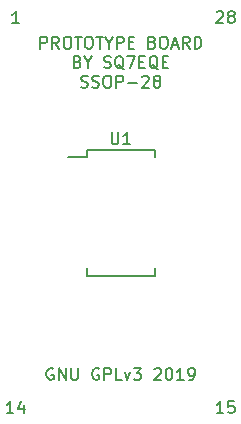
<source format=gbr>
%TF.GenerationSoftware,KiCad,Pcbnew,5.1.4-3.fc31*%
%TF.CreationDate,2019-11-27T18:40:14+01:00*%
%TF.ProjectId,SSOP-28_5.3x10.2mm_P0.65,53534f50-2d32-4385-9f35-2e337831302e,1.0*%
%TF.SameCoordinates,PX791ddc0PY6350ce0*%
%TF.FileFunction,Legend,Top*%
%TF.FilePolarity,Positive*%
%FSLAX46Y46*%
G04 Gerber Fmt 4.6, Leading zero omitted, Abs format (unit mm)*
G04 Created by KiCad (PCBNEW 5.1.4-3.fc31) date 2019-11-27 18:40:14*
%MOMM*%
%LPD*%
G04 APERTURE LIST*
%ADD10C,0.150000*%
%ADD11R,1.802000X1.802000*%
%ADD12O,1.802000X1.802000*%
%ADD13R,1.852000X0.552000*%
G04 APERTURE END LIST*
D10*
X22669523Y2087620D02*
X22098095Y2087620D01*
X22383809Y2087620D02*
X22383809Y3087620D01*
X22288571Y2944762D01*
X22193333Y2849524D01*
X22098095Y2801905D01*
X23574285Y3087620D02*
X23098095Y3087620D01*
X23050476Y2611429D01*
X23098095Y2659048D01*
X23193333Y2706667D01*
X23431428Y2706667D01*
X23526666Y2659048D01*
X23574285Y2611429D01*
X23621904Y2516191D01*
X23621904Y2278096D01*
X23574285Y2182858D01*
X23526666Y2135239D01*
X23431428Y2087620D01*
X23193333Y2087620D01*
X23098095Y2135239D01*
X23050476Y2182858D01*
X4889523Y2087620D02*
X4318095Y2087620D01*
X4603809Y2087620D02*
X4603809Y3087620D01*
X4508571Y2944762D01*
X4413333Y2849524D01*
X4318095Y2801905D01*
X5746666Y2754286D02*
X5746666Y2087620D01*
X5508571Y3135239D02*
X5270476Y2420953D01*
X5889523Y2420953D01*
X22098095Y36012381D02*
X22145714Y36060000D01*
X22240952Y36107620D01*
X22479047Y36107620D01*
X22574285Y36060000D01*
X22621904Y36012381D01*
X22669523Y35917143D01*
X22669523Y35821905D01*
X22621904Y35679048D01*
X22050476Y35107620D01*
X22669523Y35107620D01*
X23240952Y35679048D02*
X23145714Y35726667D01*
X23098095Y35774286D01*
X23050476Y35869524D01*
X23050476Y35917143D01*
X23098095Y36012381D01*
X23145714Y36060000D01*
X23240952Y36107620D01*
X23431428Y36107620D01*
X23526666Y36060000D01*
X23574285Y36012381D01*
X23621904Y35917143D01*
X23621904Y35869524D01*
X23574285Y35774286D01*
X23526666Y35726667D01*
X23431428Y35679048D01*
X23240952Y35679048D01*
X23145714Y35631429D01*
X23098095Y35583810D01*
X23050476Y35488572D01*
X23050476Y35298096D01*
X23098095Y35202858D01*
X23145714Y35155239D01*
X23240952Y35107620D01*
X23431428Y35107620D01*
X23526666Y35155239D01*
X23574285Y35202858D01*
X23621904Y35298096D01*
X23621904Y35488572D01*
X23574285Y35583810D01*
X23526666Y35631429D01*
X23431428Y35679048D01*
X5365714Y35107620D02*
X4794285Y35107620D01*
X5080000Y35107620D02*
X5080000Y36107620D01*
X4984761Y35964762D01*
X4889523Y35869524D01*
X4794285Y35821905D01*
X8255713Y5834000D02*
X8160475Y5881620D01*
X8017618Y5881620D01*
X7874760Y5834000D01*
X7779522Y5738762D01*
X7731903Y5643524D01*
X7684284Y5453048D01*
X7684284Y5310191D01*
X7731903Y5119715D01*
X7779522Y5024477D01*
X7874760Y4929239D01*
X8017618Y4881620D01*
X8112856Y4881620D01*
X8255713Y4929239D01*
X8303332Y4976858D01*
X8303332Y5310191D01*
X8112856Y5310191D01*
X8731903Y4881620D02*
X8731903Y5881620D01*
X9303332Y4881620D01*
X9303332Y5881620D01*
X9779522Y5881620D02*
X9779522Y5072096D01*
X9827141Y4976858D01*
X9874760Y4929239D01*
X9969999Y4881620D01*
X10160475Y4881620D01*
X10255713Y4929239D01*
X10303332Y4976858D01*
X10350951Y5072096D01*
X10350951Y5881620D01*
X12112856Y5834000D02*
X12017618Y5881620D01*
X11874760Y5881620D01*
X11731903Y5834000D01*
X11636665Y5738762D01*
X11589046Y5643524D01*
X11541427Y5453048D01*
X11541427Y5310191D01*
X11589046Y5119715D01*
X11636665Y5024477D01*
X11731903Y4929239D01*
X11874760Y4881620D01*
X11969999Y4881620D01*
X12112856Y4929239D01*
X12160475Y4976858D01*
X12160475Y5310191D01*
X11969999Y5310191D01*
X12589046Y4881620D02*
X12589046Y5881620D01*
X12969999Y5881620D01*
X13065237Y5834000D01*
X13112856Y5786381D01*
X13160475Y5691143D01*
X13160475Y5548286D01*
X13112856Y5453048D01*
X13065237Y5405429D01*
X12969999Y5357810D01*
X12589046Y5357810D01*
X14065237Y4881620D02*
X13589046Y4881620D01*
X13589046Y5881620D01*
X14303332Y5548286D02*
X14541427Y4881620D01*
X14779522Y5548286D01*
X15065237Y5881620D02*
X15684284Y5881620D01*
X15350951Y5500667D01*
X15493808Y5500667D01*
X15589046Y5453048D01*
X15636665Y5405429D01*
X15684284Y5310191D01*
X15684284Y5072096D01*
X15636665Y4976858D01*
X15589046Y4929239D01*
X15493808Y4881620D01*
X15208094Y4881620D01*
X15112856Y4929239D01*
X15065237Y4976858D01*
X16827141Y5786381D02*
X16874760Y5834000D01*
X16969999Y5881620D01*
X17208094Y5881620D01*
X17303332Y5834000D01*
X17350951Y5786381D01*
X17398570Y5691143D01*
X17398570Y5595905D01*
X17350951Y5453048D01*
X16779522Y4881620D01*
X17398570Y4881620D01*
X18017618Y5881620D02*
X18112856Y5881620D01*
X18208094Y5834000D01*
X18255713Y5786381D01*
X18303332Y5691143D01*
X18350951Y5500667D01*
X18350951Y5262572D01*
X18303332Y5072096D01*
X18255713Y4976858D01*
X18208094Y4929239D01*
X18112856Y4881620D01*
X18017618Y4881620D01*
X17922379Y4929239D01*
X17874760Y4976858D01*
X17827141Y5072096D01*
X17779522Y5262572D01*
X17779522Y5500667D01*
X17827141Y5691143D01*
X17874760Y5786381D01*
X17922379Y5834000D01*
X18017618Y5881620D01*
X19303332Y4881620D02*
X18731903Y4881620D01*
X19017618Y4881620D02*
X19017618Y5881620D01*
X18922379Y5738762D01*
X18827141Y5643524D01*
X18731903Y5595905D01*
X19779522Y4881620D02*
X19969999Y4881620D01*
X20065237Y4929239D01*
X20112856Y4976858D01*
X20208094Y5119715D01*
X20255713Y5310191D01*
X20255713Y5691143D01*
X20208094Y5786381D01*
X20160475Y5834000D01*
X20065237Y5881620D01*
X19874760Y5881620D01*
X19779522Y5834000D01*
X19731903Y5786381D01*
X19684284Y5691143D01*
X19684284Y5453048D01*
X19731903Y5357810D01*
X19779522Y5310191D01*
X19874760Y5262572D01*
X20065237Y5262572D01*
X20160475Y5310191D01*
X20208094Y5357810D01*
X20255713Y5453048D01*
X7184284Y32947620D02*
X7184284Y33947620D01*
X7565237Y33947620D01*
X7660475Y33900000D01*
X7708094Y33852381D01*
X7755713Y33757143D01*
X7755713Y33614286D01*
X7708094Y33519048D01*
X7660475Y33471429D01*
X7565237Y33423810D01*
X7184284Y33423810D01*
X8755713Y32947620D02*
X8422379Y33423810D01*
X8184284Y32947620D02*
X8184284Y33947620D01*
X8565237Y33947620D01*
X8660475Y33900000D01*
X8708094Y33852381D01*
X8755713Y33757143D01*
X8755713Y33614286D01*
X8708094Y33519048D01*
X8660475Y33471429D01*
X8565237Y33423810D01*
X8184284Y33423810D01*
X9374760Y33947620D02*
X9565237Y33947620D01*
X9660475Y33900000D01*
X9755713Y33804762D01*
X9803332Y33614286D01*
X9803332Y33280953D01*
X9755713Y33090477D01*
X9660475Y32995239D01*
X9565237Y32947620D01*
X9374760Y32947620D01*
X9279522Y32995239D01*
X9184284Y33090477D01*
X9136665Y33280953D01*
X9136665Y33614286D01*
X9184284Y33804762D01*
X9279522Y33900000D01*
X9374760Y33947620D01*
X10089046Y33947620D02*
X10660475Y33947620D01*
X10374760Y32947620D02*
X10374760Y33947620D01*
X11184284Y33947620D02*
X11374760Y33947620D01*
X11469999Y33900000D01*
X11565237Y33804762D01*
X11612856Y33614286D01*
X11612856Y33280953D01*
X11565237Y33090477D01*
X11469999Y32995239D01*
X11374760Y32947620D01*
X11184284Y32947620D01*
X11089046Y32995239D01*
X10993808Y33090477D01*
X10946189Y33280953D01*
X10946189Y33614286D01*
X10993808Y33804762D01*
X11089046Y33900000D01*
X11184284Y33947620D01*
X11898570Y33947620D02*
X12469999Y33947620D01*
X12184284Y32947620D02*
X12184284Y33947620D01*
X12993808Y33423810D02*
X12993808Y32947620D01*
X12660475Y33947620D02*
X12993808Y33423810D01*
X13327141Y33947620D01*
X13660475Y32947620D02*
X13660475Y33947620D01*
X14041427Y33947620D01*
X14136665Y33900000D01*
X14184284Y33852381D01*
X14231903Y33757143D01*
X14231903Y33614286D01*
X14184284Y33519048D01*
X14136665Y33471429D01*
X14041427Y33423810D01*
X13660475Y33423810D01*
X14660475Y33471429D02*
X14993808Y33471429D01*
X15136665Y32947620D02*
X14660475Y32947620D01*
X14660475Y33947620D01*
X15136665Y33947620D01*
X16660475Y33471429D02*
X16803332Y33423810D01*
X16850951Y33376191D01*
X16898570Y33280953D01*
X16898570Y33138096D01*
X16850951Y33042858D01*
X16803332Y32995239D01*
X16708094Y32947620D01*
X16327141Y32947620D01*
X16327141Y33947620D01*
X16660475Y33947620D01*
X16755713Y33900000D01*
X16803332Y33852381D01*
X16850951Y33757143D01*
X16850951Y33661905D01*
X16803332Y33566667D01*
X16755713Y33519048D01*
X16660475Y33471429D01*
X16327141Y33471429D01*
X17517618Y33947620D02*
X17708094Y33947620D01*
X17803332Y33900000D01*
X17898570Y33804762D01*
X17946189Y33614286D01*
X17946189Y33280953D01*
X17898570Y33090477D01*
X17803332Y32995239D01*
X17708094Y32947620D01*
X17517618Y32947620D01*
X17422379Y32995239D01*
X17327141Y33090477D01*
X17279522Y33280953D01*
X17279522Y33614286D01*
X17327141Y33804762D01*
X17422379Y33900000D01*
X17517618Y33947620D01*
X18327141Y33233334D02*
X18803332Y33233334D01*
X18231903Y32947620D02*
X18565237Y33947620D01*
X18898570Y32947620D01*
X19803332Y32947620D02*
X19469999Y33423810D01*
X19231903Y32947620D02*
X19231903Y33947620D01*
X19612856Y33947620D01*
X19708094Y33900000D01*
X19755713Y33852381D01*
X19803332Y33757143D01*
X19803332Y33614286D01*
X19755713Y33519048D01*
X19708094Y33471429D01*
X19612856Y33423810D01*
X19231903Y33423810D01*
X20231903Y32947620D02*
X20231903Y33947620D01*
X20469999Y33947620D01*
X20612856Y33900000D01*
X20708094Y33804762D01*
X20755713Y33709524D01*
X20803332Y33519048D01*
X20803332Y33376191D01*
X20755713Y33185715D01*
X20708094Y33090477D01*
X20612856Y32995239D01*
X20469999Y32947620D01*
X20231903Y32947620D01*
X10327141Y31821429D02*
X10469999Y31773810D01*
X10517618Y31726191D01*
X10565237Y31630953D01*
X10565237Y31488096D01*
X10517618Y31392858D01*
X10469999Y31345239D01*
X10374760Y31297620D01*
X9993808Y31297620D01*
X9993808Y32297620D01*
X10327141Y32297620D01*
X10422379Y32250000D01*
X10469999Y32202381D01*
X10517618Y32107143D01*
X10517618Y32011905D01*
X10469999Y31916667D01*
X10422379Y31869048D01*
X10327141Y31821429D01*
X9993808Y31821429D01*
X11184284Y31773810D02*
X11184284Y31297620D01*
X10850951Y32297620D02*
X11184284Y31773810D01*
X11517618Y32297620D01*
X12565237Y31345239D02*
X12708094Y31297620D01*
X12946189Y31297620D01*
X13041427Y31345239D01*
X13089046Y31392858D01*
X13136665Y31488096D01*
X13136665Y31583334D01*
X13089046Y31678572D01*
X13041427Y31726191D01*
X12946189Y31773810D01*
X12755713Y31821429D01*
X12660475Y31869048D01*
X12612856Y31916667D01*
X12565237Y32011905D01*
X12565237Y32107143D01*
X12612856Y32202381D01*
X12660475Y32250000D01*
X12755713Y32297620D01*
X12993808Y32297620D01*
X13136665Y32250000D01*
X14231903Y31202381D02*
X14136665Y31250000D01*
X14041427Y31345239D01*
X13898570Y31488096D01*
X13803332Y31535715D01*
X13708094Y31535715D01*
X13755713Y31297620D02*
X13660475Y31345239D01*
X13565237Y31440477D01*
X13517618Y31630953D01*
X13517618Y31964286D01*
X13565237Y32154762D01*
X13660475Y32250000D01*
X13755713Y32297620D01*
X13946189Y32297620D01*
X14041427Y32250000D01*
X14136665Y32154762D01*
X14184284Y31964286D01*
X14184284Y31630953D01*
X14136665Y31440477D01*
X14041427Y31345239D01*
X13946189Y31297620D01*
X13755713Y31297620D01*
X14517618Y32297620D02*
X15184284Y32297620D01*
X14755713Y31297620D01*
X15565237Y31821429D02*
X15898570Y31821429D01*
X16041427Y31297620D02*
X15565237Y31297620D01*
X15565237Y32297620D01*
X16041427Y32297620D01*
X17136665Y31202381D02*
X17041427Y31250000D01*
X16946189Y31345239D01*
X16803332Y31488096D01*
X16708094Y31535715D01*
X16612856Y31535715D01*
X16660475Y31297620D02*
X16565237Y31345239D01*
X16469999Y31440477D01*
X16422379Y31630953D01*
X16422379Y31964286D01*
X16469999Y32154762D01*
X16565237Y32250000D01*
X16660475Y32297620D01*
X16850951Y32297620D01*
X16946189Y32250000D01*
X17041427Y32154762D01*
X17089046Y31964286D01*
X17089046Y31630953D01*
X17041427Y31440477D01*
X16946189Y31345239D01*
X16850951Y31297620D01*
X16660475Y31297620D01*
X17517618Y31821429D02*
X17850951Y31821429D01*
X17993808Y31297620D02*
X17517618Y31297620D01*
X17517618Y32297620D01*
X17993808Y32297620D01*
X10612856Y29695239D02*
X10755713Y29647620D01*
X10993808Y29647620D01*
X11089046Y29695239D01*
X11136665Y29742858D01*
X11184284Y29838096D01*
X11184284Y29933334D01*
X11136665Y30028572D01*
X11089046Y30076191D01*
X10993808Y30123810D01*
X10803332Y30171429D01*
X10708094Y30219048D01*
X10660475Y30266667D01*
X10612856Y30361905D01*
X10612856Y30457143D01*
X10660475Y30552381D01*
X10708094Y30600000D01*
X10803332Y30647620D01*
X11041427Y30647620D01*
X11184284Y30600000D01*
X11565237Y29695239D02*
X11708094Y29647620D01*
X11946189Y29647620D01*
X12041427Y29695239D01*
X12089046Y29742858D01*
X12136665Y29838096D01*
X12136665Y29933334D01*
X12089046Y30028572D01*
X12041427Y30076191D01*
X11946189Y30123810D01*
X11755713Y30171429D01*
X11660475Y30219048D01*
X11612856Y30266667D01*
X11565237Y30361905D01*
X11565237Y30457143D01*
X11612856Y30552381D01*
X11660475Y30600000D01*
X11755713Y30647620D01*
X11993808Y30647620D01*
X12136665Y30600000D01*
X12755713Y30647620D02*
X12946189Y30647620D01*
X13041427Y30600000D01*
X13136665Y30504762D01*
X13184284Y30314286D01*
X13184284Y29980953D01*
X13136665Y29790477D01*
X13041427Y29695239D01*
X12946189Y29647620D01*
X12755713Y29647620D01*
X12660475Y29695239D01*
X12565237Y29790477D01*
X12517618Y29980953D01*
X12517618Y30314286D01*
X12565237Y30504762D01*
X12660475Y30600000D01*
X12755713Y30647620D01*
X13612856Y29647620D02*
X13612856Y30647620D01*
X13993808Y30647620D01*
X14089046Y30600000D01*
X14136665Y30552381D01*
X14184284Y30457143D01*
X14184284Y30314286D01*
X14136665Y30219048D01*
X14089046Y30171429D01*
X13993808Y30123810D01*
X13612856Y30123810D01*
X14612856Y30028572D02*
X15374760Y30028572D01*
X15803332Y30552381D02*
X15850951Y30600000D01*
X15946189Y30647620D01*
X16184284Y30647620D01*
X16279522Y30600000D01*
X16327141Y30552381D01*
X16374760Y30457143D01*
X16374760Y30361905D01*
X16327141Y30219048D01*
X15755713Y29647620D01*
X16374760Y29647620D01*
X16946189Y30219048D02*
X16850951Y30266667D01*
X16803332Y30314286D01*
X16755713Y30409524D01*
X16755713Y30457143D01*
X16803332Y30552381D01*
X16850951Y30600000D01*
X16946189Y30647620D01*
X17136665Y30647620D01*
X17231903Y30600000D01*
X17279522Y30552381D01*
X17327141Y30457143D01*
X17327141Y30409524D01*
X17279522Y30314286D01*
X17231903Y30266667D01*
X17136665Y30219048D01*
X16946189Y30219048D01*
X16850951Y30171429D01*
X16803332Y30123810D01*
X16755713Y30028572D01*
X16755713Y29838096D01*
X16803332Y29742858D01*
X16850951Y29695239D01*
X16946189Y29647620D01*
X17136665Y29647620D01*
X17231903Y29695239D01*
X17279522Y29742858D01*
X17327141Y29838096D01*
X17327141Y30028572D01*
X17279522Y30123810D01*
X17231903Y30171429D01*
X17136665Y30219048D01*
%TO.C,U1*%
X11095000Y24375000D02*
X11095000Y23800000D01*
X16845000Y24375000D02*
X16845000Y23725000D01*
X16845000Y13725000D02*
X16845000Y14375000D01*
X11095000Y13725000D02*
X11095000Y14375000D01*
X11095000Y24375000D02*
X16845000Y24375000D01*
X11095000Y13725000D02*
X16845000Y13725000D01*
X11095000Y23800000D02*
X9495000Y23800000D01*
X13208095Y25847620D02*
X13208095Y25038096D01*
X13255714Y24942858D01*
X13303333Y24895239D01*
X13398571Y24847620D01*
X13589047Y24847620D01*
X13684285Y24895239D01*
X13731904Y24942858D01*
X13779523Y25038096D01*
X13779523Y25847620D01*
X14779523Y24847620D02*
X14208095Y24847620D01*
X14493809Y24847620D02*
X14493809Y25847620D01*
X14398571Y25704762D01*
X14303333Y25609524D01*
X14208095Y25561905D01*
%TD*%
%LPC*%
D11*
%TO.C,J1*%
X2540000Y35560000D03*
D12*
X2540000Y33020000D03*
X2540000Y30480000D03*
X2540000Y27940000D03*
X2540000Y25400000D03*
X2540000Y22860000D03*
X2540000Y20320000D03*
X2540000Y17780000D03*
X2540000Y15240000D03*
X2540000Y12700000D03*
X2540000Y10160000D03*
X2540000Y7620000D03*
X2540000Y5080000D03*
X2540000Y2540000D03*
%TD*%
%TO.C,J2*%
X25400000Y2540000D03*
X25400000Y5080000D03*
X25400000Y7620000D03*
X25400000Y10160000D03*
X25400000Y12700000D03*
X25400000Y15240000D03*
X25400000Y17780000D03*
X25400000Y20320000D03*
X25400000Y22860000D03*
X25400000Y25400000D03*
X25400000Y27940000D03*
X25400000Y30480000D03*
X25400000Y33020000D03*
D11*
X25400000Y35560000D03*
%TD*%
D13*
%TO.C,U1*%
X10370000Y23275000D03*
X10370000Y22625000D03*
X10370000Y21975000D03*
X10370000Y21325000D03*
X10370000Y20675000D03*
X10370000Y20025000D03*
X10370000Y19375000D03*
X10370000Y18725000D03*
X10370000Y18075000D03*
X10370000Y17425000D03*
X10370000Y16775000D03*
X10370000Y16125000D03*
X10370000Y15475000D03*
X10370000Y14825000D03*
X17570000Y14825000D03*
X17570000Y15475000D03*
X17570000Y16125000D03*
X17570000Y16775000D03*
X17570000Y17425000D03*
X17570000Y18075000D03*
X17570000Y18725000D03*
X17570000Y19375000D03*
X17570000Y20025000D03*
X17570000Y20675000D03*
X17570000Y21325000D03*
X17570000Y21975000D03*
X17570000Y22625000D03*
X17570000Y23275000D03*
%TD*%
M02*

</source>
